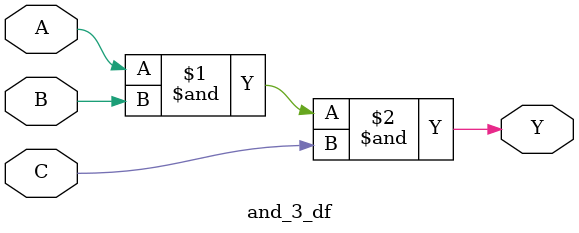
<source format=v>
`timescale 1ns / 1ps


module and_3_df(A, B, C, Y);
input A;
input B;
input C;
output Y;
assign Y = A & B & C;
endmodule

</source>
